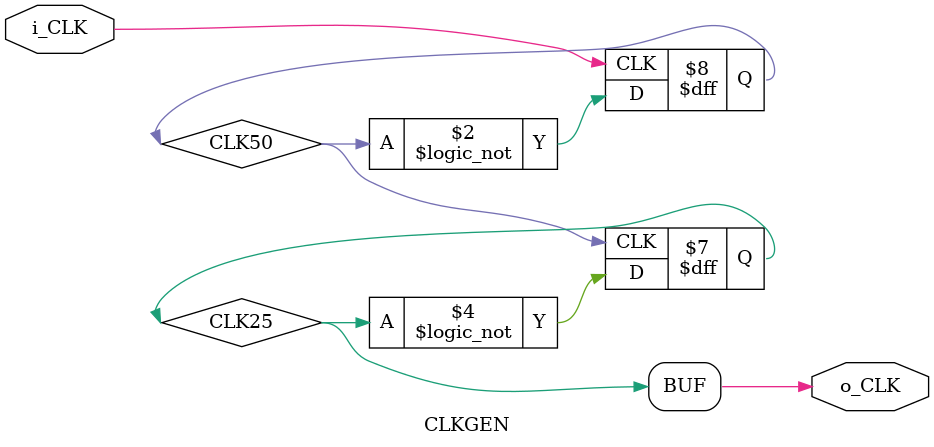
<source format=sv>
module CLKGEN(
    /* INPUT */
    i_CLK,  // 100Mhz
    /* OUTPUT */
    o_CLK
);

/* I/O Declare */
input   i_CLK;

output  o_CLK;

/* reg/wire */
reg CLK50=0;
reg CLK25=0;

always_ff @(posedge i_CLK)begin
    CLK50 <= !CLK50;
end

always_ff @(posedge CLK50)begin
    CLK25 <= ! CLK25;
end

assign o_CLK = CLK25;

endmodule
</source>
